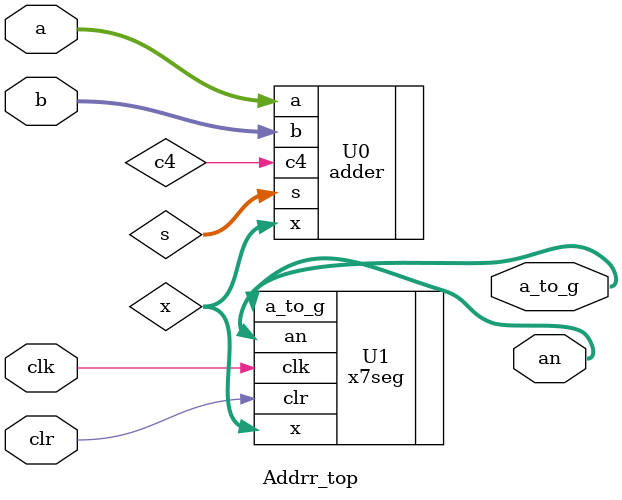
<source format=v>
`timescale 1ns / 1ps
module Addrr_top(
		input wire clk,
		input wire clr,
		input wire [3:0] a,
		input wire [3:0] b,
		output [6:0]a_to_g,
		output [3:0]an
    );
	 wire [7:0] x;
	 wire [3:0] s;
	 wire c4;
	 adder U0 (
    .a(a), 
    .b(b), 
    .s(s), 
    .c4(c4),
	 .x(x)
    );
	 x7seg U1 (
    .x(x), 
    .clk(clk), 
    .clr(clr), 
    .a_to_g(a_to_g), 
    .an(an)
    );
endmodule

</source>
